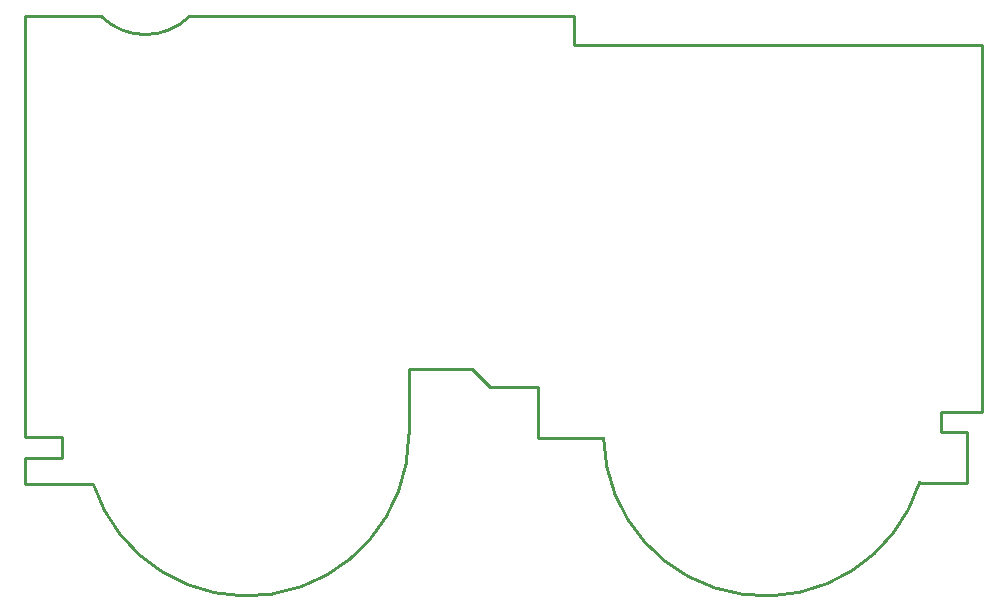
<source format=gko>
%FSAX24Y24*%
%MOIN*%
G70*
G01*
G75*
G04 Layer_Color=16711935*
%ADD10R,0.0600X0.0600*%
%ADD11R,0.0276X0.0354*%
%ADD12R,0.0354X0.0276*%
%ADD13R,0.0315X0.0354*%
%ADD14R,0.0354X0.0315*%
%ADD15R,0.0866X0.1142*%
%ADD16R,0.0236X0.1024*%
%ADD17O,0.0236X0.1024*%
%ADD18R,0.0118X0.0630*%
%ADD19O,0.0118X0.0630*%
%ADD20R,0.0945X0.1299*%
%ADD21R,0.0945X0.0394*%
%ADD22O,0.0807X0.0236*%
%ADD23O,0.0236X0.0807*%
%ADD24C,0.0139*%
%ADD25C,0.0100*%
%ADD26R,0.0630X0.1181*%
%ADD27R,0.1075X0.1126*%
%ADD28R,0.1299X0.1654*%
%ADD29C,0.0787*%
%ADD30O,0.0591X0.0866*%
%ADD31C,0.0600*%
%ADD32C,0.0630*%
%ADD33C,0.0700*%
%ADD34C,0.1057*%
%ADD35R,0.0591X0.0591*%
%ADD36C,0.0591*%
%ADD37O,0.0433X0.0669*%
%ADD38C,0.0157*%
%ADD39O,0.0630X0.1535*%
%ADD40C,0.0350*%
%ADD41R,0.0618X0.0740*%
%ADD42O,0.0610X0.0098*%
%ADD43R,0.0610X0.0098*%
%ADD44R,0.0630X0.0492*%
%ADD45O,0.0276X0.0098*%
%ADD46O,0.0098X0.0276*%
%ADD47R,0.1024X0.1024*%
%ADD48R,0.0394X0.0413*%
%ADD49R,0.0413X0.0866*%
%ADD50C,0.0218*%
%ADD51C,0.0179*%
%ADD52R,0.0402X0.1055*%
%ADD53R,0.0197X0.1173*%
%ADD54R,0.1130X0.0197*%
%ADD55R,0.2012X0.0197*%
%ADD56R,0.1957X0.0354*%
%ADD57R,0.0197X0.1969*%
%ADD58R,0.1114X0.0197*%
%ADD59R,0.0197X0.0984*%
%ADD60R,0.0197X0.0945*%
%ADD61R,0.1098X0.0197*%
%ADD62R,0.1169X0.0197*%
%ADD63R,0.1126X0.0197*%
%ADD64R,0.0197X0.1063*%
%ADD65R,0.2598X0.1080*%
%ADD66R,0.1024X0.1063*%
%ADD67R,0.1929X0.2992*%
%ADD68R,0.0709X0.1260*%
%ADD69R,0.0680X0.0680*%
%ADD70R,0.0356X0.0434*%
%ADD71R,0.0434X0.0356*%
%ADD72R,0.0395X0.0434*%
%ADD73R,0.0434X0.0395*%
%ADD74R,0.0946X0.1222*%
%ADD75R,0.0316X0.1104*%
%ADD76O,0.0316X0.1104*%
%ADD77R,0.0198X0.0710*%
%ADD78O,0.0198X0.0710*%
%ADD79R,0.1025X0.1379*%
%ADD80R,0.1025X0.0474*%
%ADD81O,0.0862X0.0291*%
%ADD82O,0.0291X0.0862*%
%ADD83C,0.0867*%
%ADD84O,0.0671X0.0946*%
%ADD85C,0.0680*%
%ADD86C,0.0710*%
%ADD87C,0.0780*%
%ADD88C,0.1137*%
%ADD89R,0.0671X0.0671*%
%ADD90C,0.0671*%
%ADD91O,0.0513X0.0749*%
%ADD92C,0.0237*%
%ADD93O,0.0710X0.1615*%
%ADD94R,0.0689X0.0811*%
%ADD95O,0.0681X0.0169*%
%ADD96R,0.0681X0.0169*%
%ADD97R,0.0710X0.0572*%
%ADD98O,0.0346X0.0169*%
%ADD99O,0.0169X0.0346*%
%ADD100R,0.1094X0.1094*%
%ADD101R,0.0474X0.0493*%
%ADD102R,0.0493X0.0946*%
D25*
X020228Y005681D02*
G03*
X030766Y004205I005390J000122D01*
G01*
X003219Y004144D02*
G03*
X013739Y005791I005130J001658D01*
G01*
X003480Y019736D02*
G03*
X006433Y019736I001476J001476D01*
G01*
X013736Y005799D02*
Y007965D01*
X000961Y005012D02*
X002181D01*
X000961Y004146D02*
Y005012D01*
Y004146D02*
X003205D01*
X002181Y005012D02*
Y005720D01*
X000961D02*
X002181D01*
X000961D02*
Y019736D01*
X019228Y018791D02*
Y019736D01*
Y018791D02*
X032850D01*
X006433Y019736D02*
X019228Y019736D01*
X000961Y019736D02*
X003480D01*
X030764Y004185D02*
X032339D01*
X032339Y004185D02*
Y005878D01*
X031472D02*
X032339D01*
X031472D02*
Y006547D01*
Y006547D02*
X032850D01*
X032850D02*
Y018791D01*
X018047Y005681D02*
X020213D01*
X018047D02*
Y007374D01*
X016433D02*
X018047D01*
X015843Y007965D02*
X016433Y007374D01*
X013736Y007965D02*
X015843D01*
M02*

</source>
